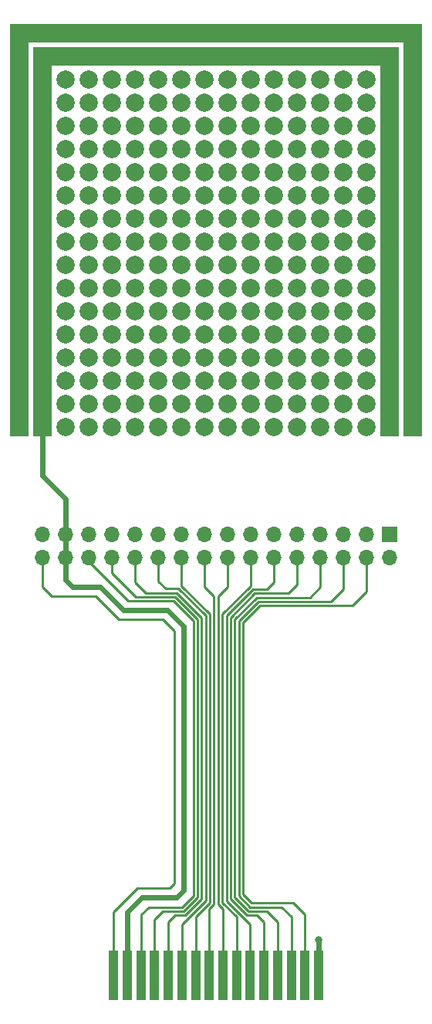
<source format=gtl>
%TF.GenerationSoftware,KiCad,Pcbnew,6.0.2+dfsg-1*%
%TF.CreationDate,2022-07-07T18:02:13-05:00*%
%TF.ProjectId,protopak64,70726f74-6f70-4616-9b36-342e6b696361,rev?*%
%TF.SameCoordinates,Original*%
%TF.FileFunction,Copper,L1,Top*%
%TF.FilePolarity,Positive*%
%FSLAX46Y46*%
G04 Gerber Fmt 4.6, Leading zero omitted, Abs format (unit mm)*
G04 Created by KiCad (PCBNEW 6.0.2+dfsg-1) date 2022-07-07 18:02:13*
%MOMM*%
%LPD*%
G01*
G04 APERTURE LIST*
%TA.AperFunction,ComponentPad*%
%ADD10R,1.700000X1.700000*%
%TD*%
%TA.AperFunction,ComponentPad*%
%ADD11O,1.700000X1.700000*%
%TD*%
%TA.AperFunction,SMDPad,CuDef*%
%ADD12R,1.000000X5.400000*%
%TD*%
%TA.AperFunction,ComponentPad*%
%ADD13R,2.000000X2.000000*%
%TD*%
%TA.AperFunction,ComponentPad*%
%ADD14C,2.000000*%
%TD*%
%TA.AperFunction,ViaPad*%
%ADD15C,0.800000*%
%TD*%
%TA.AperFunction,Conductor*%
%ADD16C,0.600000*%
%TD*%
%TA.AperFunction,Conductor*%
%ADD17C,0.250000*%
%TD*%
G04 APERTURE END LIST*
%TO.C,REF\u002A\u002A*%
G36*
X163814000Y-92948000D02*
G01*
X161814000Y-92948000D01*
X161814000Y-52308000D01*
X125714000Y-52308000D01*
X125714000Y-92948000D01*
X123714000Y-92948000D01*
X123714000Y-50308000D01*
X163814000Y-50308000D01*
X163814000Y-92948000D01*
G37*
G36*
X166354000Y-92948000D02*
G01*
X164354000Y-92948000D01*
X164354000Y-49768000D01*
X123174000Y-49768000D01*
X123174000Y-92948000D01*
X121174000Y-92948000D01*
X121174000Y-47768000D01*
X166354000Y-47768000D01*
X166354000Y-92948000D01*
G37*
%TD*%
D10*
%TO.P,J2,1,Pin_1*%
%TO.N,GND*%
X162814000Y-103754000D03*
D11*
%TO.P,J2,2,Pin_2*%
X162814000Y-106294000D03*
%TO.P,J2,3,Pin_3*%
%TO.N,A14*%
X160274000Y-103754000D03*
%TO.P,J2,4,Pin_4*%
%TO.N,CE*%
X160274000Y-106294000D03*
%TO.P,J2,5,Pin_5*%
%TO.N,A12*%
X157734000Y-103754000D03*
%TO.P,J2,6,Pin_6*%
%TO.N,A15*%
X157734000Y-106294000D03*
%TO.P,J2,7,Pin_7*%
%TO.N,A7*%
X155194000Y-103754000D03*
%TO.P,J2,8,Pin_8*%
%TO.N,~{WE}*%
X155194000Y-106294000D03*
%TO.P,J2,9,Pin_9*%
%TO.N,A6*%
X152654000Y-103754000D03*
%TO.P,J2,10,Pin_10*%
%TO.N,A13*%
X152654000Y-106294000D03*
%TO.P,J2,11,Pin_11*%
%TO.N,A5*%
X150114000Y-103754000D03*
%TO.P,J2,12,Pin_12*%
%TO.N,A8*%
X150114000Y-106294000D03*
%TO.P,J2,13,Pin_13*%
%TO.N,A4*%
X147574000Y-103754000D03*
%TO.P,J2,14,Pin_14*%
%TO.N,A9*%
X147574000Y-106294000D03*
%TO.P,J2,15,Pin_15*%
%TO.N,A3*%
X145034000Y-103754000D03*
%TO.P,J2,16,Pin_16*%
%TO.N,A11*%
X145034000Y-106294000D03*
%TO.P,J2,17,Pin_17*%
%TO.N,A2*%
X142494000Y-103754000D03*
%TO.P,J2,18,Pin_18*%
%TO.N,~{OE}*%
X142494000Y-106294000D03*
%TO.P,J2,19,Pin_19*%
%TO.N,A1*%
X139954000Y-103754000D03*
%TO.P,J2,20,Pin_20*%
%TO.N,A10*%
X139954000Y-106294000D03*
%TO.P,J2,21,Pin_21*%
%TO.N,A0*%
X137414000Y-103754000D03*
%TO.P,J2,22,Pin_22*%
%TO.N,D7*%
X137414000Y-106294000D03*
%TO.P,J2,23,Pin_23*%
%TO.N,D0*%
X134874000Y-103754000D03*
%TO.P,J2,24,Pin_24*%
%TO.N,D6*%
X134874000Y-106294000D03*
%TO.P,J2,25,Pin_25*%
%TO.N,D1*%
X132334000Y-103754000D03*
%TO.P,J2,26,Pin_26*%
%TO.N,D5*%
X132334000Y-106294000D03*
%TO.P,J2,27,Pin_27*%
%TO.N,DETECT*%
X129794000Y-103754000D03*
%TO.P,J2,28,Pin_28*%
%TO.N,D4*%
X129794000Y-106294000D03*
%TO.P,J2,29,Pin_29*%
%TO.N,+3V3*%
X127254000Y-103754000D03*
%TO.P,J2,30,Pin_30*%
X127254000Y-106294000D03*
%TO.P,J2,31,Pin_31*%
%TO.N,D2*%
X124714000Y-103754000D03*
%TO.P,J2,32,Pin_32*%
%TO.N,D3*%
X124714000Y-106294000D03*
%TD*%
D12*
%TO.P,J1,17,Pin_17*%
%TO.N,GND*%
X155014000Y-152019000D03*
%TO.P,J1,18,Pin_18*%
%TO.N,CE*%
X153514000Y-152019000D03*
%TO.P,J1,19,Pin_19*%
%TO.N,A15*%
X152014000Y-152019000D03*
%TO.P,J1,20,Pin_20*%
%TO.N,~{WE}*%
X150514000Y-152019000D03*
%TO.P,J1,21,Pin_21*%
%TO.N,A13*%
X149014000Y-152019000D03*
%TO.P,J1,22,Pin_22*%
%TO.N,A8*%
X147514000Y-152019000D03*
%TO.P,J1,23,Pin_23*%
%TO.N,A9*%
X146014000Y-152019000D03*
%TO.P,J1,24,Pin_24*%
%TO.N,A11*%
X144514000Y-152019000D03*
%TO.P,J1,25,Pin_25*%
%TO.N,~{OE}*%
X143014000Y-152019000D03*
%TO.P,J1,26,Pin_26*%
%TO.N,A10*%
X141514000Y-152019000D03*
%TO.P,J1,27,Pin_27*%
%TO.N,D7*%
X140014000Y-152019000D03*
%TO.P,J1,28,Pin_28*%
%TO.N,D6*%
X138514000Y-152019000D03*
%TO.P,J1,29,Pin_29*%
%TO.N,D5*%
X137014000Y-152019000D03*
%TO.P,J1,30,Pin_30*%
%TO.N,D4*%
X135514000Y-152019000D03*
%TO.P,J1,31,Pin_31*%
%TO.N,+3V3*%
X134014000Y-152019000D03*
%TO.P,J1,32,Pin_32*%
%TO.N,D3*%
X132514000Y-152019000D03*
%TD*%
D13*
%TO.P,REF\u002A\u002A,1*%
%TO.N,N/C*%
X122174000Y-48768000D03*
%TO.P,REF\u002A\u002A,2*%
X124714000Y-48768000D03*
%TO.P,REF\u002A\u002A,3*%
X127254000Y-48768000D03*
%TO.P,REF\u002A\u002A,4*%
X129794000Y-48768000D03*
%TO.P,REF\u002A\u002A,5*%
X132334000Y-48768000D03*
%TO.P,REF\u002A\u002A,6*%
X134874000Y-48768000D03*
%TO.P,REF\u002A\u002A,7*%
X137414000Y-48768000D03*
%TO.P,REF\u002A\u002A,8*%
X139954000Y-48768000D03*
%TO.P,REF\u002A\u002A,9*%
X142494000Y-48768000D03*
%TO.P,REF\u002A\u002A,10*%
X145034000Y-48768000D03*
%TO.P,REF\u002A\u002A,11*%
X147574000Y-48768000D03*
%TO.P,REF\u002A\u002A,12*%
X150114000Y-48768000D03*
%TO.P,REF\u002A\u002A,13*%
X152654000Y-48768000D03*
%TO.P,REF\u002A\u002A,14*%
X155194000Y-48768000D03*
%TO.P,REF\u002A\u002A,15*%
X157734000Y-48768000D03*
%TO.P,REF\u002A\u002A,16*%
X160274000Y-48768000D03*
%TO.P,REF\u002A\u002A,17*%
X162814000Y-48768000D03*
%TO.P,REF\u002A\u002A,18*%
X165354000Y-48768000D03*
%TO.P,REF\u002A\u002A,19*%
X122174000Y-51308000D03*
%TO.P,REF\u002A\u002A,20*%
X124714000Y-51308000D03*
%TO.P,REF\u002A\u002A,21*%
X127254000Y-51308000D03*
%TO.P,REF\u002A\u002A,22*%
X129794000Y-51308000D03*
%TO.P,REF\u002A\u002A,23*%
X132334000Y-51308000D03*
%TO.P,REF\u002A\u002A,24*%
X134874000Y-51308000D03*
%TO.P,REF\u002A\u002A,25*%
X137414000Y-51308000D03*
%TO.P,REF\u002A\u002A,26*%
X139954000Y-51308000D03*
%TO.P,REF\u002A\u002A,27*%
X142494000Y-51308000D03*
%TO.P,REF\u002A\u002A,28*%
X145034000Y-51308000D03*
%TO.P,REF\u002A\u002A,29*%
X147574000Y-51308000D03*
%TO.P,REF\u002A\u002A,30*%
X150114000Y-51308000D03*
%TO.P,REF\u002A\u002A,31*%
X152654000Y-51308000D03*
%TO.P,REF\u002A\u002A,32*%
X155194000Y-51308000D03*
%TO.P,REF\u002A\u002A,33*%
X157734000Y-51308000D03*
%TO.P,REF\u002A\u002A,34*%
X160274000Y-51308000D03*
%TO.P,REF\u002A\u002A,35*%
X162814000Y-51308000D03*
%TO.P,REF\u002A\u002A,36*%
X165354000Y-51308000D03*
%TO.P,REF\u002A\u002A,37*%
X122174000Y-53848000D03*
%TO.P,REF\u002A\u002A,38*%
X124714000Y-53848000D03*
D14*
%TO.P,REF\u002A\u002A,39*%
X127254000Y-53848000D03*
%TO.P,REF\u002A\u002A,40*%
X129794000Y-53848000D03*
%TO.P,REF\u002A\u002A,41*%
X132334000Y-53848000D03*
%TO.P,REF\u002A\u002A,42*%
X134874000Y-53848000D03*
%TO.P,REF\u002A\u002A,43*%
X137414000Y-53848000D03*
%TO.P,REF\u002A\u002A,44*%
X139954000Y-53848000D03*
%TO.P,REF\u002A\u002A,45*%
X142494000Y-53848000D03*
%TO.P,REF\u002A\u002A,46*%
X145034000Y-53848000D03*
%TO.P,REF\u002A\u002A,47*%
X147574000Y-53848000D03*
%TO.P,REF\u002A\u002A,48*%
X150114000Y-53848000D03*
%TO.P,REF\u002A\u002A,49*%
X152654000Y-53848000D03*
%TO.P,REF\u002A\u002A,50*%
X155194000Y-53848000D03*
%TO.P,REF\u002A\u002A,51*%
X157734000Y-53848000D03*
%TO.P,REF\u002A\u002A,52*%
X160274000Y-53848000D03*
D13*
%TO.P,REF\u002A\u002A,53*%
X162814000Y-53848000D03*
%TO.P,REF\u002A\u002A,54*%
X165354000Y-53848000D03*
%TO.P,REF\u002A\u002A,55*%
X122174000Y-56388000D03*
%TO.P,REF\u002A\u002A,56*%
X124714000Y-56388000D03*
D14*
%TO.P,REF\u002A\u002A,57*%
X127254000Y-56388000D03*
%TO.P,REF\u002A\u002A,58*%
X129794000Y-56388000D03*
%TO.P,REF\u002A\u002A,59*%
X132334000Y-56388000D03*
%TO.P,REF\u002A\u002A,60*%
X134874000Y-56388000D03*
%TO.P,REF\u002A\u002A,61*%
X137414000Y-56388000D03*
%TO.P,REF\u002A\u002A,62*%
X139954000Y-56388000D03*
%TO.P,REF\u002A\u002A,63*%
X142494000Y-56388000D03*
%TO.P,REF\u002A\u002A,64*%
X145034000Y-56388000D03*
%TO.P,REF\u002A\u002A,65*%
X147574000Y-56388000D03*
%TO.P,REF\u002A\u002A,66*%
X150114000Y-56388000D03*
%TO.P,REF\u002A\u002A,67*%
X152654000Y-56388000D03*
%TO.P,REF\u002A\u002A,68*%
X155194000Y-56388000D03*
%TO.P,REF\u002A\u002A,69*%
X157734000Y-56388000D03*
%TO.P,REF\u002A\u002A,70*%
X160274000Y-56388000D03*
D13*
%TO.P,REF\u002A\u002A,71*%
X162814000Y-56388000D03*
%TO.P,REF\u002A\u002A,72*%
X165354000Y-56388000D03*
%TO.P,REF\u002A\u002A,73*%
X122174000Y-58928000D03*
%TO.P,REF\u002A\u002A,74*%
X124714000Y-58928000D03*
D14*
%TO.P,REF\u002A\u002A,75*%
X127254000Y-58928000D03*
%TO.P,REF\u002A\u002A,76*%
X129794000Y-58928000D03*
%TO.P,REF\u002A\u002A,77*%
X132334000Y-58928000D03*
%TO.P,REF\u002A\u002A,78*%
X134874000Y-58928000D03*
%TO.P,REF\u002A\u002A,79*%
X137414000Y-58928000D03*
%TO.P,REF\u002A\u002A,80*%
X139954000Y-58928000D03*
%TO.P,REF\u002A\u002A,81*%
X142494000Y-58928000D03*
%TO.P,REF\u002A\u002A,82*%
X145034000Y-58928000D03*
%TO.P,REF\u002A\u002A,83*%
X147574000Y-58928000D03*
%TO.P,REF\u002A\u002A,84*%
X150114000Y-58928000D03*
%TO.P,REF\u002A\u002A,85*%
X152654000Y-58928000D03*
%TO.P,REF\u002A\u002A,86*%
X155194000Y-58928000D03*
%TO.P,REF\u002A\u002A,87*%
X157734000Y-58928000D03*
%TO.P,REF\u002A\u002A,88*%
X160274000Y-58928000D03*
D13*
%TO.P,REF\u002A\u002A,89*%
X162814000Y-58928000D03*
%TO.P,REF\u002A\u002A,90*%
X165354000Y-58928000D03*
%TO.P,REF\u002A\u002A,91*%
X122174000Y-61468000D03*
%TO.P,REF\u002A\u002A,92*%
X124714000Y-61468000D03*
D14*
%TO.P,REF\u002A\u002A,93*%
X127254000Y-61468000D03*
%TO.P,REF\u002A\u002A,94*%
X129794000Y-61468000D03*
%TO.P,REF\u002A\u002A,95*%
X132334000Y-61468000D03*
%TO.P,REF\u002A\u002A,96*%
X134874000Y-61468000D03*
%TO.P,REF\u002A\u002A,97*%
X137414000Y-61468000D03*
%TO.P,REF\u002A\u002A,98*%
X139954000Y-61468000D03*
%TO.P,REF\u002A\u002A,99*%
X142494000Y-61468000D03*
%TO.P,REF\u002A\u002A,100*%
X145034000Y-61468000D03*
%TO.P,REF\u002A\u002A,101*%
X147574000Y-61468000D03*
%TO.P,REF\u002A\u002A,102*%
X150114000Y-61468000D03*
%TO.P,REF\u002A\u002A,103*%
X152654000Y-61468000D03*
%TO.P,REF\u002A\u002A,104*%
X155194000Y-61468000D03*
%TO.P,REF\u002A\u002A,105*%
X157734000Y-61468000D03*
%TO.P,REF\u002A\u002A,106*%
X160274000Y-61468000D03*
D13*
%TO.P,REF\u002A\u002A,107*%
X162814000Y-61468000D03*
%TO.P,REF\u002A\u002A,108*%
X165354000Y-61468000D03*
%TO.P,REF\u002A\u002A,109*%
X122174000Y-64008000D03*
%TO.P,REF\u002A\u002A,110*%
X124714000Y-64008000D03*
D14*
%TO.P,REF\u002A\u002A,111*%
X127254000Y-64008000D03*
%TO.P,REF\u002A\u002A,112*%
X129794000Y-64008000D03*
%TO.P,REF\u002A\u002A,113*%
X132334000Y-64008000D03*
%TO.P,REF\u002A\u002A,114*%
X134874000Y-64008000D03*
%TO.P,REF\u002A\u002A,115*%
X137414000Y-64008000D03*
%TO.P,REF\u002A\u002A,116*%
X139954000Y-64008000D03*
%TO.P,REF\u002A\u002A,117*%
X142494000Y-64008000D03*
%TO.P,REF\u002A\u002A,118*%
X145034000Y-64008000D03*
%TO.P,REF\u002A\u002A,119*%
X147574000Y-64008000D03*
%TO.P,REF\u002A\u002A,120*%
X150114000Y-64008000D03*
%TO.P,REF\u002A\u002A,121*%
X152654000Y-64008000D03*
%TO.P,REF\u002A\u002A,122*%
X155194000Y-64008000D03*
%TO.P,REF\u002A\u002A,123*%
X157734000Y-64008000D03*
%TO.P,REF\u002A\u002A,124*%
X160274000Y-64008000D03*
D13*
%TO.P,REF\u002A\u002A,125*%
X162814000Y-64008000D03*
%TO.P,REF\u002A\u002A,126*%
X165354000Y-64008000D03*
%TO.P,REF\u002A\u002A,127*%
X122174000Y-66548000D03*
%TO.P,REF\u002A\u002A,128*%
X124714000Y-66548000D03*
D14*
%TO.P,REF\u002A\u002A,129*%
X127254000Y-66548000D03*
%TO.P,REF\u002A\u002A,130*%
X129794000Y-66548000D03*
%TO.P,REF\u002A\u002A,131*%
X132334000Y-66548000D03*
%TO.P,REF\u002A\u002A,132*%
X134874000Y-66548000D03*
%TO.P,REF\u002A\u002A,133*%
X137414000Y-66548000D03*
%TO.P,REF\u002A\u002A,134*%
X139954000Y-66548000D03*
%TO.P,REF\u002A\u002A,135*%
X142494000Y-66548000D03*
%TO.P,REF\u002A\u002A,136*%
X145034000Y-66548000D03*
%TO.P,REF\u002A\u002A,137*%
X147574000Y-66548000D03*
%TO.P,REF\u002A\u002A,138*%
X150114000Y-66548000D03*
%TO.P,REF\u002A\u002A,139*%
X152654000Y-66548000D03*
%TO.P,REF\u002A\u002A,140*%
X155194000Y-66548000D03*
%TO.P,REF\u002A\u002A,141*%
X157734000Y-66548000D03*
%TO.P,REF\u002A\u002A,142*%
X160274000Y-66548000D03*
D13*
%TO.P,REF\u002A\u002A,143*%
X162814000Y-66548000D03*
%TO.P,REF\u002A\u002A,144*%
X165354000Y-66548000D03*
%TO.P,REF\u002A\u002A,145*%
X122174000Y-69088000D03*
%TO.P,REF\u002A\u002A,146*%
X124714000Y-69088000D03*
D14*
%TO.P,REF\u002A\u002A,147*%
X127254000Y-69088000D03*
%TO.P,REF\u002A\u002A,148*%
X129794000Y-69088000D03*
%TO.P,REF\u002A\u002A,149*%
X132334000Y-69088000D03*
%TO.P,REF\u002A\u002A,150*%
X134874000Y-69088000D03*
%TO.P,REF\u002A\u002A,151*%
X137414000Y-69088000D03*
%TO.P,REF\u002A\u002A,152*%
X139954000Y-69088000D03*
%TO.P,REF\u002A\u002A,153*%
X142494000Y-69088000D03*
%TO.P,REF\u002A\u002A,154*%
X145034000Y-69088000D03*
%TO.P,REF\u002A\u002A,155*%
X147574000Y-69088000D03*
%TO.P,REF\u002A\u002A,156*%
X150114000Y-69088000D03*
%TO.P,REF\u002A\u002A,157*%
X152654000Y-69088000D03*
%TO.P,REF\u002A\u002A,158*%
X155194000Y-69088000D03*
%TO.P,REF\u002A\u002A,159*%
X157734000Y-69088000D03*
%TO.P,REF\u002A\u002A,160*%
X160274000Y-69088000D03*
D13*
%TO.P,REF\u002A\u002A,161*%
X162814000Y-69088000D03*
%TO.P,REF\u002A\u002A,162*%
X165354000Y-69088000D03*
%TO.P,REF\u002A\u002A,163*%
X122174000Y-71628000D03*
%TO.P,REF\u002A\u002A,164*%
X124714000Y-71628000D03*
D14*
%TO.P,REF\u002A\u002A,165*%
X127254000Y-71628000D03*
%TO.P,REF\u002A\u002A,166*%
X129794000Y-71628000D03*
%TO.P,REF\u002A\u002A,167*%
X132334000Y-71628000D03*
%TO.P,REF\u002A\u002A,168*%
X134874000Y-71628000D03*
%TO.P,REF\u002A\u002A,169*%
X137414000Y-71628000D03*
%TO.P,REF\u002A\u002A,170*%
X139954000Y-71628000D03*
%TO.P,REF\u002A\u002A,171*%
X142494000Y-71628000D03*
%TO.P,REF\u002A\u002A,172*%
X145034000Y-71628000D03*
%TO.P,REF\u002A\u002A,173*%
X147574000Y-71628000D03*
%TO.P,REF\u002A\u002A,174*%
X150114000Y-71628000D03*
%TO.P,REF\u002A\u002A,175*%
X152654000Y-71628000D03*
%TO.P,REF\u002A\u002A,176*%
X155194000Y-71628000D03*
%TO.P,REF\u002A\u002A,177*%
X157734000Y-71628000D03*
%TO.P,REF\u002A\u002A,178*%
X160274000Y-71628000D03*
D13*
%TO.P,REF\u002A\u002A,179*%
X162814000Y-71628000D03*
%TO.P,REF\u002A\u002A,180*%
X165354000Y-71628000D03*
%TO.P,REF\u002A\u002A,181*%
X122174000Y-74168000D03*
%TO.P,REF\u002A\u002A,182*%
X124714000Y-74168000D03*
D14*
%TO.P,REF\u002A\u002A,183*%
X127254000Y-74168000D03*
%TO.P,REF\u002A\u002A,184*%
X129794000Y-74168000D03*
%TO.P,REF\u002A\u002A,185*%
X132334000Y-74168000D03*
%TO.P,REF\u002A\u002A,186*%
X134874000Y-74168000D03*
%TO.P,REF\u002A\u002A,187*%
X137414000Y-74168000D03*
%TO.P,REF\u002A\u002A,188*%
X139954000Y-74168000D03*
%TO.P,REF\u002A\u002A,189*%
X142494000Y-74168000D03*
%TO.P,REF\u002A\u002A,190*%
X145034000Y-74168000D03*
%TO.P,REF\u002A\u002A,191*%
X147574000Y-74168000D03*
%TO.P,REF\u002A\u002A,192*%
X150114000Y-74168000D03*
%TO.P,REF\u002A\u002A,193*%
X152654000Y-74168000D03*
%TO.P,REF\u002A\u002A,194*%
X155194000Y-74168000D03*
%TO.P,REF\u002A\u002A,195*%
X157734000Y-74168000D03*
%TO.P,REF\u002A\u002A,196*%
X160274000Y-74168000D03*
D13*
%TO.P,REF\u002A\u002A,197*%
X162814000Y-74168000D03*
%TO.P,REF\u002A\u002A,198*%
X165354000Y-74168000D03*
%TO.P,REF\u002A\u002A,199*%
X122174000Y-76708000D03*
%TO.P,REF\u002A\u002A,200*%
X124714000Y-76708000D03*
D14*
%TO.P,REF\u002A\u002A,201*%
X127254000Y-76708000D03*
%TO.P,REF\u002A\u002A,202*%
X129794000Y-76708000D03*
%TO.P,REF\u002A\u002A,203*%
X132334000Y-76708000D03*
%TO.P,REF\u002A\u002A,204*%
X134874000Y-76708000D03*
%TO.P,REF\u002A\u002A,205*%
X137414000Y-76708000D03*
%TO.P,REF\u002A\u002A,206*%
X139954000Y-76708000D03*
%TO.P,REF\u002A\u002A,207*%
X142494000Y-76708000D03*
%TO.P,REF\u002A\u002A,208*%
X145034000Y-76708000D03*
%TO.P,REF\u002A\u002A,209*%
X147574000Y-76708000D03*
%TO.P,REF\u002A\u002A,210*%
X150114000Y-76708000D03*
%TO.P,REF\u002A\u002A,211*%
X152654000Y-76708000D03*
%TO.P,REF\u002A\u002A,212*%
X155194000Y-76708000D03*
%TO.P,REF\u002A\u002A,213*%
X157734000Y-76708000D03*
%TO.P,REF\u002A\u002A,214*%
X160274000Y-76708000D03*
D13*
%TO.P,REF\u002A\u002A,215*%
X162814000Y-76708000D03*
%TO.P,REF\u002A\u002A,216*%
X165354000Y-76708000D03*
%TO.P,REF\u002A\u002A,217*%
X122174000Y-79248000D03*
%TO.P,REF\u002A\u002A,218*%
X124714000Y-79248000D03*
D14*
%TO.P,REF\u002A\u002A,219*%
X127254000Y-79248000D03*
%TO.P,REF\u002A\u002A,220*%
X129794000Y-79248000D03*
%TO.P,REF\u002A\u002A,221*%
X132334000Y-79248000D03*
%TO.P,REF\u002A\u002A,222*%
X134874000Y-79248000D03*
%TO.P,REF\u002A\u002A,223*%
X137414000Y-79248000D03*
%TO.P,REF\u002A\u002A,224*%
X139954000Y-79248000D03*
%TO.P,REF\u002A\u002A,225*%
X142494000Y-79248000D03*
%TO.P,REF\u002A\u002A,226*%
X145034000Y-79248000D03*
%TO.P,REF\u002A\u002A,227*%
X147574000Y-79248000D03*
%TO.P,REF\u002A\u002A,228*%
X150114000Y-79248000D03*
%TO.P,REF\u002A\u002A,229*%
X152654000Y-79248000D03*
%TO.P,REF\u002A\u002A,230*%
X155194000Y-79248000D03*
%TO.P,REF\u002A\u002A,231*%
X157734000Y-79248000D03*
%TO.P,REF\u002A\u002A,232*%
X160274000Y-79248000D03*
D13*
%TO.P,REF\u002A\u002A,233*%
X162814000Y-79248000D03*
%TO.P,REF\u002A\u002A,234*%
X165354000Y-79248000D03*
%TO.P,REF\u002A\u002A,235*%
X122174000Y-81788000D03*
%TO.P,REF\u002A\u002A,236*%
X124714000Y-81788000D03*
D14*
%TO.P,REF\u002A\u002A,237*%
X127254000Y-81788000D03*
%TO.P,REF\u002A\u002A,238*%
X129794000Y-81788000D03*
%TO.P,REF\u002A\u002A,239*%
X132334000Y-81788000D03*
%TO.P,REF\u002A\u002A,240*%
X134874000Y-81788000D03*
%TO.P,REF\u002A\u002A,241*%
X137414000Y-81788000D03*
%TO.P,REF\u002A\u002A,242*%
X139954000Y-81788000D03*
%TO.P,REF\u002A\u002A,243*%
X142494000Y-81788000D03*
%TO.P,REF\u002A\u002A,244*%
X145034000Y-81788000D03*
%TO.P,REF\u002A\u002A,245*%
X147574000Y-81788000D03*
%TO.P,REF\u002A\u002A,246*%
X150114000Y-81788000D03*
%TO.P,REF\u002A\u002A,247*%
X152654000Y-81788000D03*
%TO.P,REF\u002A\u002A,248*%
X155194000Y-81788000D03*
%TO.P,REF\u002A\u002A,249*%
X157734000Y-81788000D03*
%TO.P,REF\u002A\u002A,250*%
X160274000Y-81788000D03*
D13*
%TO.P,REF\u002A\u002A,251*%
X162814000Y-81788000D03*
%TO.P,REF\u002A\u002A,252*%
X165354000Y-81788000D03*
%TO.P,REF\u002A\u002A,253*%
X122174000Y-84328000D03*
%TO.P,REF\u002A\u002A,254*%
X124714000Y-84328000D03*
D14*
%TO.P,REF\u002A\u002A,255*%
X127254000Y-84328000D03*
%TO.P,REF\u002A\u002A,256*%
X129794000Y-84328000D03*
%TO.P,REF\u002A\u002A,257*%
X132334000Y-84328000D03*
%TO.P,REF\u002A\u002A,258*%
X134874000Y-84328000D03*
%TO.P,REF\u002A\u002A,259*%
X137414000Y-84328000D03*
%TO.P,REF\u002A\u002A,260*%
X139954000Y-84328000D03*
%TO.P,REF\u002A\u002A,261*%
X142494000Y-84328000D03*
%TO.P,REF\u002A\u002A,262*%
X145034000Y-84328000D03*
%TO.P,REF\u002A\u002A,263*%
X147574000Y-84328000D03*
%TO.P,REF\u002A\u002A,264*%
X150114000Y-84328000D03*
%TO.P,REF\u002A\u002A,265*%
X152654000Y-84328000D03*
%TO.P,REF\u002A\u002A,266*%
X155194000Y-84328000D03*
%TO.P,REF\u002A\u002A,267*%
X157734000Y-84328000D03*
%TO.P,REF\u002A\u002A,268*%
X160274000Y-84328000D03*
D13*
%TO.P,REF\u002A\u002A,269*%
X162814000Y-84328000D03*
%TO.P,REF\u002A\u002A,270*%
X165354000Y-84328000D03*
%TO.P,REF\u002A\u002A,271*%
X122174000Y-86868000D03*
%TO.P,REF\u002A\u002A,272*%
X124714000Y-86868000D03*
D14*
%TO.P,REF\u002A\u002A,273*%
X127254000Y-86868000D03*
%TO.P,REF\u002A\u002A,274*%
X129794000Y-86868000D03*
%TO.P,REF\u002A\u002A,275*%
X132334000Y-86868000D03*
%TO.P,REF\u002A\u002A,276*%
X134874000Y-86868000D03*
%TO.P,REF\u002A\u002A,277*%
X137414000Y-86868000D03*
%TO.P,REF\u002A\u002A,278*%
X139954000Y-86868000D03*
%TO.P,REF\u002A\u002A,279*%
X142494000Y-86868000D03*
%TO.P,REF\u002A\u002A,280*%
X145034000Y-86868000D03*
%TO.P,REF\u002A\u002A,281*%
X147574000Y-86868000D03*
%TO.P,REF\u002A\u002A,282*%
X150114000Y-86868000D03*
%TO.P,REF\u002A\u002A,283*%
X152654000Y-86868000D03*
%TO.P,REF\u002A\u002A,284*%
X155194000Y-86868000D03*
%TO.P,REF\u002A\u002A,285*%
X157734000Y-86868000D03*
%TO.P,REF\u002A\u002A,286*%
X160274000Y-86868000D03*
D13*
%TO.P,REF\u002A\u002A,287*%
X162814000Y-86868000D03*
%TO.P,REF\u002A\u002A,288*%
X165354000Y-86868000D03*
%TO.P,REF\u002A\u002A,289*%
X122174000Y-89408000D03*
%TO.P,REF\u002A\u002A,290*%
X124714000Y-89408000D03*
D14*
%TO.P,REF\u002A\u002A,291*%
X127254000Y-89408000D03*
%TO.P,REF\u002A\u002A,292*%
X129794000Y-89408000D03*
%TO.P,REF\u002A\u002A,293*%
X132334000Y-89408000D03*
%TO.P,REF\u002A\u002A,294*%
X134874000Y-89408000D03*
%TO.P,REF\u002A\u002A,295*%
X137414000Y-89408000D03*
%TO.P,REF\u002A\u002A,296*%
X139954000Y-89408000D03*
%TO.P,REF\u002A\u002A,297*%
X142494000Y-89408000D03*
%TO.P,REF\u002A\u002A,298*%
X145034000Y-89408000D03*
%TO.P,REF\u002A\u002A,299*%
X147574000Y-89408000D03*
%TO.P,REF\u002A\u002A,300*%
X150114000Y-89408000D03*
%TO.P,REF\u002A\u002A,301*%
X152654000Y-89408000D03*
%TO.P,REF\u002A\u002A,302*%
X155194000Y-89408000D03*
%TO.P,REF\u002A\u002A,303*%
X157734000Y-89408000D03*
%TO.P,REF\u002A\u002A,304*%
X160274000Y-89408000D03*
D13*
%TO.P,REF\u002A\u002A,305*%
X162814000Y-89408000D03*
%TO.P,REF\u002A\u002A,306*%
X165354000Y-89408000D03*
%TO.P,REF\u002A\u002A,307*%
%TO.N,GND*%
X122174000Y-91948000D03*
%TO.P,REF\u002A\u002A,308*%
%TO.N,+3V3*%
X124714000Y-91948000D03*
D14*
%TO.P,REF\u002A\u002A,309*%
%TO.N,N/C*%
X127254000Y-91948000D03*
%TO.P,REF\u002A\u002A,310*%
X129794000Y-91948000D03*
%TO.P,REF\u002A\u002A,311*%
X132334000Y-91948000D03*
%TO.P,REF\u002A\u002A,312*%
X134874000Y-91948000D03*
%TO.P,REF\u002A\u002A,313*%
X137414000Y-91948000D03*
%TO.P,REF\u002A\u002A,314*%
X139954000Y-91948000D03*
%TO.P,REF\u002A\u002A,315*%
X142494000Y-91948000D03*
%TO.P,REF\u002A\u002A,316*%
X145034000Y-91948000D03*
%TO.P,REF\u002A\u002A,317*%
X147574000Y-91948000D03*
%TO.P,REF\u002A\u002A,318*%
X150114000Y-91948000D03*
%TO.P,REF\u002A\u002A,319*%
X152654000Y-91948000D03*
%TO.P,REF\u002A\u002A,320*%
X155194000Y-91948000D03*
%TO.P,REF\u002A\u002A,321*%
X157734000Y-91948000D03*
%TO.P,REF\u002A\u002A,322*%
X160274000Y-91948000D03*
D13*
%TO.P,REF\u002A\u002A,323*%
X162814000Y-91948000D03*
%TO.P,REF\u002A\u002A,324*%
%TO.N,GND*%
X165354000Y-91948000D03*
%TD*%
D15*
%TO.N,GND*%
X155014000Y-148156000D03*
%TD*%
D16*
%TO.N,GND*%
X155014000Y-152019000D02*
X155014000Y-148156000D01*
%TO.N,+3V3*%
X127254000Y-99822000D02*
X124714000Y-97282000D01*
X139446000Y-143510000D02*
X140208000Y-142748000D01*
X124714000Y-97282000D02*
X124714000Y-91948000D01*
X140208000Y-142748000D02*
X140208000Y-113792000D01*
X131064000Y-109474000D02*
X128016000Y-109474000D01*
X128016000Y-109474000D02*
X127254000Y-108712000D01*
X133604000Y-112014000D02*
X131064000Y-109474000D01*
X127254000Y-106294000D02*
X127254000Y-103754000D01*
X134014000Y-152019000D02*
X134014000Y-145132000D01*
X127254000Y-103754000D02*
X127254000Y-99822000D01*
X135636000Y-143510000D02*
X139446000Y-143510000D01*
X140208000Y-113792000D02*
X138430000Y-112014000D01*
X138430000Y-112014000D02*
X133604000Y-112014000D01*
X127254000Y-108712000D02*
X127254000Y-106294000D01*
X134014000Y-145132000D02*
X135636000Y-143510000D01*
D17*
%TO.N,CE*%
X153514000Y-145386000D02*
X152252203Y-144124203D01*
X146715120Y-143159120D02*
X146715120Y-113385188D01*
X153514000Y-152019000D02*
X153514000Y-145386000D01*
X147680203Y-144124203D02*
X146715120Y-143159120D01*
X146715120Y-113385188D02*
X148574228Y-111526080D01*
X152252203Y-144124203D02*
X147680203Y-144124203D01*
X148574228Y-111526080D02*
X158729920Y-111526080D01*
X158729920Y-111526080D02*
X160274000Y-109982000D01*
X160274000Y-109982000D02*
X160274000Y-106294000D01*
%TO.N,~{WE}*%
X149341243Y-145023243D02*
X147307807Y-145023243D01*
X150514000Y-146196000D02*
X149341243Y-145023243D01*
X145816080Y-113012792D02*
X148201832Y-110627040D01*
X145816080Y-143531516D02*
X145816080Y-113012792D01*
X148201832Y-110627040D02*
X154040960Y-110627040D01*
X150514000Y-152019000D02*
X150514000Y-146196000D01*
X147307807Y-145023243D02*
X145816080Y-143531516D01*
X155194000Y-109474000D02*
X155194000Y-106294000D01*
X154040960Y-110627040D02*
X155194000Y-109474000D01*
%TO.N,A13*%
X148266763Y-145472763D02*
X147121609Y-145472763D01*
X148015634Y-110177520D02*
X151696480Y-110177520D01*
X145366560Y-143717714D02*
X145366560Y-112826594D01*
X149014000Y-146220000D02*
X148266763Y-145472763D01*
X145366560Y-112826594D02*
X148015634Y-110177520D01*
X152654000Y-109220000D02*
X152654000Y-106294000D01*
X149014000Y-152019000D02*
X149014000Y-146220000D01*
X151696480Y-110177520D02*
X152654000Y-109220000D01*
X147121609Y-145472763D02*
X145366560Y-143717714D01*
%TO.N,A8*%
X150114000Y-108966000D02*
X150114000Y-106294000D01*
X147829436Y-109728000D02*
X149352000Y-109728000D01*
X147514000Y-146498000D02*
X147193000Y-146177000D01*
X144917040Y-143903912D02*
X144917040Y-112640396D01*
X147190128Y-146177000D02*
X144917040Y-143903912D01*
X144917040Y-112640396D02*
X147829436Y-109728000D01*
X147193000Y-146177000D02*
X147190128Y-146177000D01*
X149352000Y-109728000D02*
X150114000Y-108966000D01*
X147514000Y-152019000D02*
X147514000Y-146498000D01*
%TO.N,A9*%
X144467520Y-144090110D02*
X144467520Y-112454198D01*
X146014000Y-145636590D02*
X144467520Y-144090110D01*
X147574000Y-109347718D02*
X147574000Y-106294000D01*
X144467520Y-112454198D02*
X147574000Y-109347718D01*
X146014000Y-152019000D02*
X146014000Y-145636590D01*
%TO.N,A11*%
X144514000Y-152019000D02*
X144514000Y-144772308D01*
X144018000Y-144276308D02*
X144018000Y-110490000D01*
X144514000Y-144772308D02*
X144018000Y-144276308D01*
X145034000Y-109474000D02*
X145034000Y-106294000D01*
X144018000Y-110490000D02*
X145034000Y-109474000D01*
%TO.N,~{OE}*%
X142494000Y-109474000D02*
X142494000Y-106294000D01*
X143014000Y-144741469D02*
X143510000Y-144245469D01*
X143510000Y-144245469D02*
X143510000Y-110490000D01*
X143014000Y-152019000D02*
X143014000Y-144741469D01*
X143510000Y-110490000D02*
X142494000Y-109474000D01*
%TO.N,A10*%
X143060480Y-144059271D02*
X143060480Y-112454198D01*
X143060480Y-112454198D02*
X139954000Y-109347717D01*
X141514000Y-152019000D02*
X141514000Y-145605751D01*
X139954000Y-109347717D02*
X139954000Y-106294000D01*
X141514000Y-145605751D02*
X143060480Y-144059271D01*
%TO.N,D7*%
X139635423Y-109664859D02*
X138239141Y-109664859D01*
X142610960Y-112640396D02*
X139635423Y-109664859D01*
X142610960Y-143873073D02*
X142610960Y-112640396D01*
X140014000Y-146470033D02*
X142610960Y-143873073D01*
X137414000Y-108839718D02*
X137414000Y-106294000D01*
X140014000Y-152019000D02*
X140014000Y-146470033D01*
X138239141Y-109664859D02*
X137414000Y-108839718D01*
%TO.N,D6*%
X138514000Y-152019000D02*
X138514000Y-146220000D01*
X142161440Y-112826594D02*
X139449225Y-110114379D01*
X139449225Y-110114379D02*
X136022379Y-110114379D01*
X140374835Y-145473480D02*
X142161440Y-143686875D01*
X134874000Y-108966000D02*
X134874000Y-106294000D01*
X142161440Y-143686875D02*
X142161440Y-112826594D01*
X139260520Y-145473480D02*
X140374835Y-145473480D01*
X136022379Y-110114379D02*
X134874000Y-108966000D01*
X138514000Y-146220000D02*
X139260520Y-145473480D01*
%TO.N,D5*%
X140188638Y-145023960D02*
X141711920Y-143500678D01*
X137014000Y-145942000D02*
X137932040Y-145023960D01*
X137014000Y-152019000D02*
X137014000Y-145942000D01*
X141711920Y-143500678D02*
X141711920Y-113012792D01*
X139263027Y-110563899D02*
X134947899Y-110563899D01*
X132334000Y-107950000D02*
X132334000Y-106294000D01*
X134947899Y-110563899D02*
X132334000Y-107950000D01*
X137932040Y-145023960D02*
X140188638Y-145023960D01*
X141711920Y-113012792D02*
X139263027Y-110563899D01*
%TO.N,D4*%
X140002440Y-144574440D02*
X136349560Y-144574440D01*
X139076829Y-111013419D02*
X141262400Y-113198990D01*
X141262400Y-143314480D02*
X140002440Y-144574440D01*
X129794000Y-106294000D02*
X129794000Y-106680000D01*
X134127419Y-111013419D02*
X139076829Y-111013419D01*
X141262400Y-113198990D02*
X141262400Y-143314480D01*
X135514000Y-145410000D02*
X135514000Y-152019000D01*
X136349560Y-144574440D02*
X135514000Y-145410000D01*
X129794000Y-106680000D02*
X134127419Y-111013419D01*
%TO.N,D3*%
X125730000Y-110490000D02*
X124714000Y-109474000D01*
X133096000Y-113030000D02*
X130556000Y-110490000D01*
X124714000Y-109474000D02*
X124714000Y-106294000D01*
X132514000Y-145108000D02*
X135128000Y-142494000D01*
X139192000Y-141986000D02*
X139192000Y-114300000D01*
X137922000Y-113030000D02*
X133096000Y-113030000D01*
X135128000Y-142494000D02*
X138684000Y-142494000D01*
X130556000Y-110490000D02*
X125730000Y-110490000D01*
X138684000Y-142494000D02*
X139192000Y-141986000D01*
X139192000Y-114300000D02*
X137922000Y-113030000D01*
X132514000Y-152019000D02*
X132514000Y-145108000D01*
%TO.N,A15*%
X146265600Y-113198990D02*
X148388030Y-111076560D01*
X148388030Y-111076560D02*
X156385440Y-111076560D01*
X157734000Y-109728000D02*
X157734000Y-106294000D01*
X146265600Y-143345318D02*
X146265600Y-113198990D01*
X150923723Y-144573723D02*
X147494005Y-144573723D01*
X156385440Y-111076560D02*
X157734000Y-109728000D01*
X147494005Y-144573723D02*
X146265600Y-143345318D01*
X152014000Y-152019000D02*
X152014000Y-145664000D01*
X152014000Y-145664000D02*
X150923723Y-144573723D01*
%TD*%
M02*

</source>
